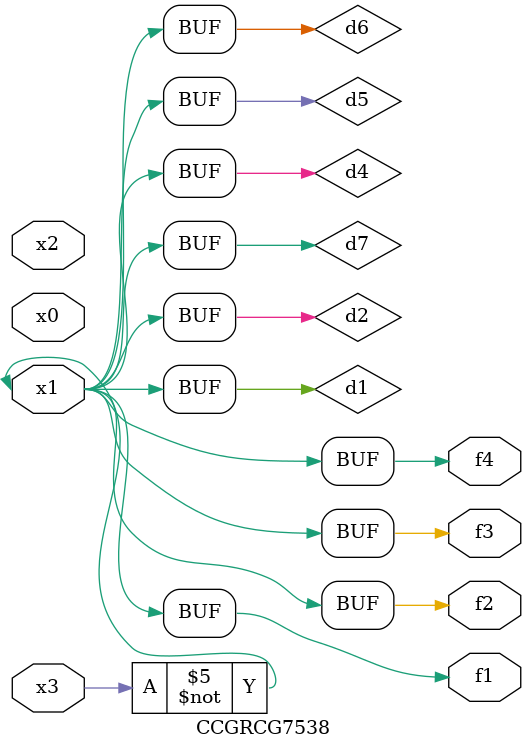
<source format=v>
module CCGRCG7538(
	input x0, x1, x2, x3,
	output f1, f2, f3, f4
);

	wire d1, d2, d3, d4, d5, d6, d7;

	not (d1, x3);
	buf (d2, x1);
	xnor (d3, d1, d2);
	nor (d4, d1);
	buf (d5, d1, d2);
	buf (d6, d4, d5);
	nand (d7, d4);
	assign f1 = d6;
	assign f2 = d7;
	assign f3 = d6;
	assign f4 = d6;
endmodule

</source>
